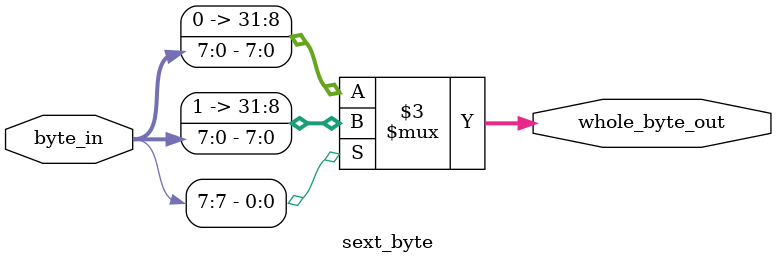
<source format=sv>
module sext_byte(
    input logic [7:0] byte_in,
    output logic [31:0] whole_byte_out
);
    always_comb begin : sexty_byte
        if(byte_in[7]) begin
            whole_byte_out = {24'hffffff, byte_in};
        end
        else begin
            whole_byte_out = {24'h000000, byte_in};
        end
    end

endmodule : sext_byte
</source>
